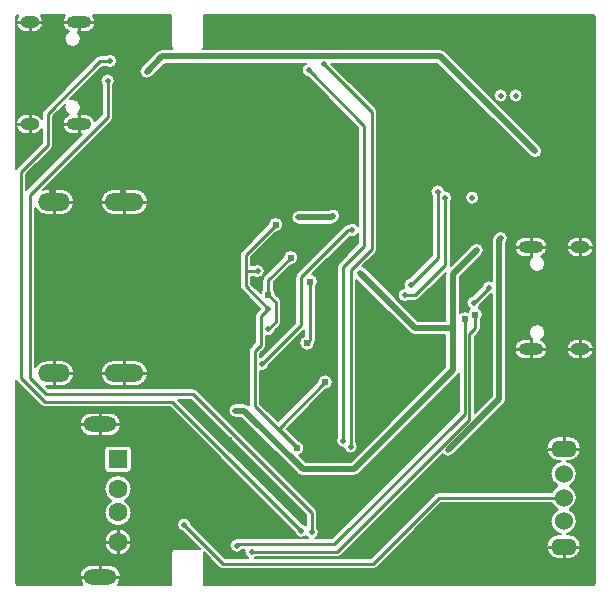
<source format=gbl>
G04 Layer: BottomLayer*
G04 EasyEDA Pro v2.1.63, 2024-06-10 19:41:30*
G04 Gerber Generator version 0.3*
G04 Scale: 100 percent, Rotated: No, Reflected: No*
G04 Dimensions in millimeters*
G04 Leading zeros omitted, absolute positions, 3 integers and 5 decimals*
%FSLAX35Y35*%
%MOMM*%
%ADD8191C,0.2032*%
%ADD10C,0.254*%
%ADD11O,2.70002X1.5*%
%ADD12O,3.29997X1.5*%
%ADD13O,2.79999X1.3*%
%ADD14C,1.6*%
%ADD15R,1.6097X1.6*%
%ADD16R,1.6X1.6*%
%ADD17C,1.524*%
%ADD18O,2.2X1.4*%
%ADD19O,1.6X1.0*%
%ADD20O,2.1X1.0*%
%ADD21C,0.61*%
%ADD22C,0.508*%
%ADD23C,0.5*%
G75*


G04 Copper Start*
G36*
G01X100000Y-4914186D02*
G02X85814Y-4900000I0J14186D01*
G01Y-3187938D01*
G03X92695Y-3196605I41186J25638D01*
G01X295895Y-3399805D01*
G03X330200Y-3414014I34305J34305D01*
G01X1389605D01*
G01X2441665Y-4466075D01*
G03X2501900Y-4518514I60235J8375D01*
G03X2540550Y-4504653I0J60814D01*
G03X2561132Y-4523486I50250J34253D01*
G01X1968500D01*
G03X1960837Y-4524095I0J-48514D01*
G03X1955800Y-4523886I-5037J-60605D01*
G03X1894986Y-4584700I0J-60814D01*
G03X1955800Y-4645514I60814J0D01*
G03X2004950Y-4620514I0J60814D01*
G01X2023861D01*
G03X2021986Y-4635500I58939J-14986D01*
G03X2053132Y-4688586I60814J0D01*
G01X1861595D01*
G01X1571535Y-4398525D01*
G03X1511300Y-4346086I-60235J-8375D01*
G03X1450486Y-4406900I0J-60814D01*
G03X1502925Y-4467135I60814J0D01*
G01X1646553Y-4610763D01*
G03X1643000Y-4610586I-3553J-35637D01*
G01X1438000D01*
G03X1402186Y-4646400I0J-35814D01*
G01Y-4914186D01*
G01X952938D01*
G03X977108Y-4848695I-76644J65491D01*
G03X876294Y-4747881I-100814J0D01*
G01X726294D01*
G03X625480Y-4848695I0J-100814D01*
G03X649650Y-4914186I100814J0D01*
G01X100000D01*
G37*
%LPC*%
G36*
G01X951306Y-4419526D02*
G03X1067120Y-4303712I0J115814D01*
G03X1009726Y-4203713I-115814J0D01*
G03X1067120Y-4103713I-58420J100000D01*
G03X951306Y-3987899I-115814J0D01*
G03X835492Y-4103713I0J-115814D01*
G03X892886Y-4203713I115814J0D01*
G03X835492Y-4303712I58420J-100000D01*
G03X951306Y-4419526I115814J0D01*
G37*
G36*
G01X625480Y-3558705D02*
G03X726294Y-3659519I100814J0D01*
G01X876294D01*
G03X977108Y-3558705I0J100814D01*
G03X876294Y-3457891I-100814J0D01*
G01X726294D01*
G03X625480Y-3558705I0J-100814D01*
G37*
G36*
G01X1031306Y-3969515D02*
G03X1067120Y-3933701I0J35814D01*
G01Y-3773701D01*
G03X1031306Y-3737887I-35814J0D01*
G01X871306D01*
G03X835492Y-3773701I0J-35814D01*
G01Y-3933701D01*
G03X871306Y-3969515I35814J0D01*
G01X1031306D01*
G37*
G36*
G01X835492Y-4553699D02*
G03X951306Y-4669513I115814J0D01*
G03X1067120Y-4553699I0J115814D01*
G03X951306Y-4437885I-115814J0D01*
G03X835492Y-4553699I0J-115814D01*
G37*
%LPD*%
G36*
G01X2620468Y-4523486D02*
G03X2651614Y-4470400I-29668J53086D01*
G03X2639314Y-4433729I-60814J0D01*
G01Y-4305654D01*
G03X2625105Y-4271350I-48514J0D01*
G01X1621450Y-3267695D01*
G03X1587146Y-3253486I-34305J-34305D01*
G01X362995D01*
G01X345538Y-3236029D01*
G03X349673Y-3236106I4135J110737D01*
G01X469675D01*
G03X580489Y-3125292I0J110814D01*
G03X469675Y-3014478I-110814J0D01*
G01X349673D01*
G03X251714Y-3073487I0J-110814D01*
G01Y-1727113D01*
G03X349673Y-1786122I97959J51805D01*
G01X469675D01*
G03X580489Y-1675308I0J110814D01*
G03X469675Y-1564494I-110814J0D01*
G01X349673D01*
G03X314477Y-1570232I0J-110814D01*
G01X897905Y-986805D01*
G03X912114Y-952500I-34305J34305D01*
G01Y-684371D01*
G03X924414Y-647700I-48514J36671D01*
G03X863600Y-586886I-60814J0D01*
G03X802786Y-647700I0J-60814D01*
G03X815086Y-684371I60814J0D01*
G01Y-932405D01*
G01X757251Y-990240D01*
G03X675458Y-930389I-81792J-25963D01*
G01X609214D01*
G03X638264Y-873201I-41765J57188D01*
G03X567449Y-802386I-70815J0D01*
G03X545405Y-805904I0J-70815D01*
G01X820195Y-531114D01*
G01X848390D01*
G03X885060Y-543414I36671J48514D01*
G03X945874Y-482600I0J60814D01*
G03X885060Y-421786I-60814J0D01*
G03X848390Y-434086I0J-60814D01*
G01X800100D01*
G03X765795Y-448295I0J-48514D01*
G01X321295Y-892795D01*
G03X307086Y-927100I34305J-34305D01*
G01Y-973852D01*
G03X232451Y-930389I-74635J-42351D01*
G01X172451D01*
G03X86637Y-1016203I0J-85814D01*
G03X172451Y-1102017I85814J0D01*
G01X232451D01*
G03X307086Y-1058554I0J85814D01*
G01Y-1173705D01*
G01X92695Y-1388095D01*
G03X85814Y-1396762I34305J-34305D01*
G01Y-110000D01*
G02X100000Y-95814I14186J0D01*
G01X107759D01*
G03X86637Y-152197I64692J-56383D01*
G03X172451Y-238011I85814J0D01*
G01X232451D01*
G03X318265Y-152197I0J85814D01*
G03X297142Y-95814I-85814J0D01*
G01X500742D01*
G03X479619Y-152197I64692J-56383D01*
G03X534802Y-232358I85814J0D01*
G03X496634Y-295199I32646J-62841D01*
G03X567449Y-366014I70815J0D01*
G03X638264Y-295199I0J70815D01*
G03X609214Y-238011I-70815J0D01*
G01X675433D01*
G03X761247Y-152197I0J85814D01*
G03X740125Y-95814I-85814J0D01*
G01X1402186D01*
G01Y-360000D01*
G03X1409095Y-381146I35814J0D01*
G01X1322940D01*
G03X1279655Y-399075I0J-61214D01*
G01X1150515Y-528215D01*
G03X1132586Y-571500I43285J-43285D01*
G03X1193800Y-632714I61214J0D01*
G03X1237085Y-614785I0J61214D01*
G01X1348296Y-503574D01*
G01X2539936D01*
G03X2504586Y-558800I25464J-55226D01*
G03X2557025Y-619035I60814J0D01*
G01X2986786Y-1048795D01*
G01Y-1882053D01*
G03X2933700Y-1851319I-53086J-30480D01*
G03X2896076Y-1864246I0J-61214D01*
G03X2866462Y-1878229I4691J-48287D01*
G01X2467595Y-2277095D01*
G03X2453386Y-2311400I34305J-34305D01*
G01Y-2697705D01*
G01X2163792Y-2987299D01*
G03X2156714Y-2988649I7908J-60701D01*
G01Y-2953795D01*
G01X2193305Y-2917205D01*
G03X2207514Y-2882900I-34305J34305D01*
G01Y-2812789D01*
G03X2222698Y-2814715I15184J58888D01*
G03X2282933Y-2762276I0J60814D01*
G01X2320305Y-2724904D01*
G03X2334514Y-2690599I-34305J34305D01*
G01Y-2525298D01*
G03X2320305Y-2490994I-48514J0D01*
G01X2288773Y-2459462D01*
G03X2271014Y-2416588I-66273J-2336D01*
G01Y-2356895D01*
G01X2415336Y-2212573D01*
G03X2479314Y-2146300I-2336J66273D01*
G03X2413000Y-2079986I-66314J0D01*
G03X2346727Y-2143964I0J-66314D01*
G01X2188195Y-2302495D01*
G03X2173986Y-2336800I34305J-34305D01*
G01Y-2416588D01*
G03X2158279Y-2445270I48514J-45210D01*
G01X2080514Y-2367505D01*
G01Y-2309114D01*
G01X2096929D01*
G03X2133600Y-2321414I36671J48514D01*
G03X2194414Y-2260600I0J60814D01*
G03X2133600Y-2199786I-60814J0D01*
G03X2096929Y-2212086I0J-60814D01*
G01X2080514D01*
G01Y-2140995D01*
G01X2288336Y-1933173D01*
G03X2352314Y-1866900I-2336J66273D01*
G03X2286000Y-1800586I-66314J0D01*
G03X2219727Y-1864564I0J-66314D01*
G01X1997695Y-2086595D01*
G03X1983486Y-2120900I34305J-34305D01*
G01Y-2262824D01*
G01Y-2387600D01*
G03X1997695Y-2421905I48514J0D01*
G01X2153891Y-2578100D01*
G01X2124695Y-2607295D01*
G03X2110486Y-2641600I34305J-34305D01*
G01Y-2862805D01*
G01X2073895Y-2899395D01*
G03X2059686Y-2933700I34305J-34305D01*
G01Y-3396172D01*
G03X2018696Y-3380282I-40990J-44924D01*
G01X1952569D01*
G03X1945582Y-3379882I-6987J-60814D01*
G03X1884368Y-3441096I0J-61214D01*
G03X1945582Y-3502310I61214J0D01*
G03X1952569Y-3501910I0J61214D01*
G01X1993506D01*
G01X2471598Y-3980002D01*
G03X2514600Y-3997814I43002J43002D01*
G01X2946400D01*
G03X2989402Y-3980002I0J60814D01*
G01X3827602Y-3141802D01*
G03X3837686Y-3128468I-43002J43002D01*
G01Y-3447005D01*
G01X2761205Y-4523486D01*
G01X2620468D01*
G37*
%LPC*%
G36*
G01X804873Y-3125292D02*
G03X915687Y-3236106I110814J0D01*
G01X1095684D01*
G03X1206497Y-3125292I0J110814D01*
G03X1095684Y-3014478I-110814J0D01*
G01X915687D01*
G03X804873Y-3125292I0J-110814D01*
G37*
G36*
G01X1095684Y-1786122D02*
G03X1206497Y-1675308I0J110814D01*
G03X1095684Y-1564494I-110814J0D01*
G01X915687D01*
G03X804873Y-1675308I0J-110814D01*
G03X915687Y-1786122I110814J0D01*
G01X1095684D01*
G37*
G36*
G01X2417493Y-1805607D02*
G03X2478707Y-1866821I61214J0D01*
G01X2757811D01*
G03X2801096Y-1848892I0J61214D01*
G01X2816003Y-1833985D01*
G03X2833933Y-1790700I-43285J43285D01*
G03X2772719Y-1729486I-61214J0D01*
G03X2732683Y-1744393I0J-61214D01*
G01X2478707D01*
G03X2417493Y-1805607I0J-61214D01*
G37*
%LPD*%
G36*
G01X175514Y-1571977D02*
G01X175514Y-1442495D01*
G01X389905Y-1228105D01*
G03X404114Y-1193800I-34305J34305D01*
G01Y-947195D01*
G01X500152Y-851157D01*
G03X496634Y-873201I67297J-22044D01*
G03X534813Y-936048I70815J0D01*
G03X479645Y-1016203I30646J-80155D01*
G03X565459Y-1102017I85814J0D01*
G01X645474D01*
G01X175514Y-1571977D01*
G37*
G36*
G01X2542286Y-4412232D02*
G03X2510275Y-4397465I-40386J-45468D01*
G01X1463323Y-3350514D01*
G01X1567051D01*
G01X2542286Y-4325749D01*
G01Y-4412232D01*
G37*
G36*
G01X4994186Y-4900000D02*
G02X4980000Y-4914186I-14186J0D01*
G01X1678814D01*
G01Y-4646400D01*
G03X1678637Y-4642846I-35814J0D01*
G01X1807195Y-4771405D01*
G03X1841500Y-4785614I34305J34305D01*
G01X3111500D01*
G03X3145805Y-4771405I0J48514D01*
G01X3690395Y-4226814D01*
G01X4623437D01*
G03X4673930Y-4278300I100963J48514D01*
G03X4612386Y-4378300I50470J-100000D01*
G03X4699438Y-4487497I112014J0D01*
G01X4684400D01*
G03X4578586Y-4593311I0J-105814D01*
G03X4684400Y-4699124I105814J0D01*
G01X4764400D01*
G03X4870214Y-4593311I0J105814D01*
G03X4764400Y-4487497I-105814J0D01*
G01X4749362D01*
G03X4836414Y-4378300I-24962J109197D01*
G03X4774870Y-4278300I-112014J0D01*
G03X4836414Y-4178300I-50470J100000D01*
G03X4774870Y-4078300I-112014J0D01*
G03X4836414Y-3978300I-50470J100000D01*
G03X4749362Y-3869103I-112014J0D01*
G01X4764400D01*
G03X4870214Y-3763289I0J105814D01*
G03X4764400Y-3657476I-105814J0D01*
G01X4684400D01*
G03X4578586Y-3763289I0J-105814D01*
G03X4684400Y-3869103I105814J0D01*
G01X4699438D01*
G03X4612386Y-3978300I24962J-109197D01*
G03X4673930Y-4078300I112014J0D01*
G03X4623437Y-4129786I50470J-100000D01*
G01X3670300D01*
G03X3635995Y-4143995I0J-48514D01*
G01X3091405Y-4688586D01*
G01X2112468D01*
G03X2119471Y-4684014I-29668J53086D01*
G01X2808032D01*
G03X2842336Y-4669805I0J48514D01*
G01X3700199Y-3811942D01*
G03X3746500Y-3833114I46301J40042D01*
G03X3789785Y-3815185I0J61214D01*
G01X4221185Y-3383785D01*
G03X4239114Y-3340500I-43285J43285D01*
G01Y-2019044D01*
G03X4252214Y-1981200I-48114J37844D01*
G03X4191000Y-1919986I-61214J0D01*
G03X4147715Y-1937915I0J-61214D01*
G01X4134615Y-1951015D01*
G03X4116686Y-1994300I43285J-43285D01*
G01Y-2345504D01*
G03X4089400Y-2339086I-27286J-54796D01*
G03X4028699Y-2392392I0J-61214D01*
G01X3954492Y-2466599D01*
G03X3901186Y-2527300I7908J-60701D01*
G03X3930685Y-2579657I61214J0D01*
G03X3912776Y-2606244I44415J-49243D01*
G03X3886200Y-2600686I-26576J-60756D01*
G03X3845414Y-2614712I0J-66314D01*
G01Y-2311190D01*
G01X4025861Y-2130742D01*
G03X4049014Y-2082800I-38061J47942D01*
G03X3987800Y-2021586I-61214J0D01*
G03X3939858Y-2044739I0J-61214D01*
G01X3769302Y-2215294D01*
G03X3769614Y-2209800I-48202J5494D01*
G01Y-1674971D01*
G03X3781914Y-1638300I-48514J36671D01*
G03X3721100Y-1577486I-60814J0D01*
G03X3717601Y-1577587I0J-60814D01*
G03X3657600Y-1526686I-60001J-9913D01*
G03X3596786Y-1587500I0J-60814D01*
G03X3609086Y-1624171I60814J0D01*
G01Y-2126205D01*
G01X3420625Y-2314665D01*
G03X3368186Y-2374900I8375J-60235D01*
G03X3375101Y-2403065I60814J0D01*
G03X3317386Y-2463800I3099J-60735D01*
G03X3378200Y-2524614I60814J0D01*
G03X3414871Y-2512314I0J60814D01*
G01X3467100D01*
G03X3501405Y-2498105I0J48514D01*
G01X3724854Y-2274656D01*
G03X3723786Y-2286000I59746J-11344D01*
G01Y-2681986D01*
G01X3492456D01*
G01X3040485Y-2230015D01*
G03X3020723Y-2216786I-43285J-43285D01*
G01X3133105Y-2104405D01*
G03X3147314Y-2070100I-34305J34305D01*
G01Y-914400D01*
G03X3133105Y-880095I-48514J0D01*
G01X2756583Y-503574D01*
G01X3655504D01*
G01X4439815Y-1287885D01*
G03X4483100Y-1305814I43285J43285D01*
G03X4544314Y-1244600I0J61214D01*
G03X4526385Y-1201315I-61214J0D01*
G01X3724145Y-399075D01*
G03X3680860Y-381146I-43285J-43285D01*
G01X1671905D01*
G03X1678814Y-360000I-28905J21146D01*
G01Y-95814D01*
G01X4980000D01*
G02X4994186Y-110000I0J-14186D01*
G01Y-4900000D01*
G37*
%LPC*%
G36*
G01X4306053Y-2921203D02*
G03X4391867Y-3007017I85814J0D01*
G01X4501867D01*
G03X4587681Y-2921203I0J85814D01*
G03X4532498Y-2841042I-85814J0D01*
G03X4570667Y-2778201I-32646J62841D01*
G03X4499851Y-2707386I-70815J0D01*
G03X4429036Y-2778201I0J-70815D01*
G03X4458086Y-2835389I70815J0D01*
G01X4391867D01*
G03X4306053Y-2921203I0J-85814D01*
G37*
G36*
G01X4429036Y-2200199D02*
G03X4499851Y-2271014I70815J0D01*
G03X4570667Y-2200199I0J70815D01*
G03X4532487Y-2137352I-70815J0D01*
G03X4587655Y-2057197I-30646J80155D01*
G03X4501841Y-1971383I-85814J0D01*
G01X4391842D01*
G03X4306028Y-2057197I0J-85814D01*
G03X4391842Y-2143011I85814J0D01*
G01X4458086D01*
G03X4429036Y-2200199I41765J-57188D01*
G37*
G36*
G01X4749035Y-2921203D02*
G03X4834849Y-3007017I85814J0D01*
G01X4894849D01*
G03X4980663Y-2921203I0J85814D01*
G03X4894849Y-2835389I-85814J0D01*
G01X4834849D01*
G03X4749035Y-2921203I0J-85814D01*
G37*
G36*
G01X4749035Y-2057197D02*
G03X4834849Y-2143011I85814J0D01*
G01X4894849D01*
G03X4980663Y-2057197I0J85814D01*
G03X4894849Y-1971383I-85814J0D01*
G01X4834849D01*
G03X4749035Y-2057197I0J-85814D01*
G37*
G36*
G01X3888886Y-1638300D02*
G03X3949700Y-1699114I60814J0D01*
G03X4010514Y-1638300I0J60814D01*
G03X3949700Y-1577486I-60814J0D01*
G03X3888886Y-1638300I0J-60814D01*
G37*
G36*
G01X4318000Y-835514D02*
G03X4378814Y-774700I0J60814D01*
G03X4318000Y-713886I-60814J0D01*
G03X4257186Y-774700I0J-60814D01*
G03X4318000Y-835514I60814J0D01*
G37*
G36*
G01X4191000Y-835514D02*
G03X4251814Y-774700I0J60814D01*
G03X4191000Y-713886I-60814J0D01*
G03X4130186Y-774700I0J-60814D01*
G03X4191000Y-835514I60814J0D01*
G37*
%LPD*%
G36*
G01X3723786Y-3073610D02*
G01X2921210Y-3876186D01*
G01X2539790D01*
G01X2485476Y-3821872D01*
G03X2530114Y-3759200I-21676J62672D01*
G03X2480352Y-3694985I-66314J0D01*
G01X2379738Y-3594371D01*
G01X2707436Y-3266673D01*
G03X2771414Y-3200400I-2336J66273D01*
G03X2705100Y-3134086I-66314J0D01*
G03X2638827Y-3198064I0J-66314D01*
G01X2305050Y-3531841D01*
G01X2156714Y-3383505D01*
G01Y-3107351D01*
G03X2171700Y-3109214I14986J59351D01*
G03X2232401Y-3055908I0J61214D01*
G01X2529586Y-2758723D01*
G01Y-2808045D01*
G03X2486386Y-2870200I23114J-62155D01*
G03X2552700Y-2936514I66314J0D01*
G03X2619011Y-2870875I0J66314D01*
G03X2626614Y-2844800I-40911J26075D01*
G01Y-2394710D01*
G03X2644414Y-2349500I-48514J45210D01*
G03X2596204Y-2285705I-66314J0D01*
G01X2912100Y-1969809D01*
G03X2933700Y-1973747I21600J57276D01*
G03X2986786Y-1943013I0J61214D01*
G01Y-2024605D01*
G01X2823195Y-2188195D01*
G03X2808986Y-2222500I34305J-34305D01*
G01Y-3659029D01*
G03X2796686Y-3695700I48514J-36671D01*
G03X2857500Y-3756514I60814J0D01*
G03X2860999Y-3756413I0J60814D01*
G03X2921000Y-3807314I60001J9913D01*
G03X2981814Y-3746500I0J60814D01*
G03X2969514Y-3709829I-60814J0D01*
G01Y-2332184D01*
G01X3423815Y-2786485D01*
G03X3467100Y-2804414I43285J43285D01*
G01X3723786D01*
G01Y-3073610D01*
G37*
G36*
G01X4116686Y-3315144D02*
G01X3970314Y-3461516D01*
G01Y-2816595D01*
G01X4009405Y-2777505D01*
G03X4023614Y-2743200I-34305J34305D01*
G01Y-2674110D01*
G03X4041414Y-2628900I-48514J45210D01*
G03X4006027Y-2570240I-66314J0D01*
G03X4023101Y-2535208I-43627J42940D01*
G01X4097308Y-2461001D01*
G03X4116686Y-2455096I-7908J60701D01*
G01Y-3315144D01*
G37*
G54D8191*
G01X100000Y-4914186D02*
G02X85814Y-4900000I0J14186D01*
G01Y-3187938D01*
G03X92695Y-3196605I41186J25638D01*
G01X295895Y-3399805D01*
G03X330200Y-3414014I34305J34305D01*
G01X1389605D01*
G01X2441665Y-4466075D01*
G03X2501900Y-4518514I60235J8375D01*
G03X2540550Y-4504653I0J60814D01*
G03X2561132Y-4523486I50250J34253D01*
G01X1968500D01*
G03X1960837Y-4524095I0J-48514D01*
G03X1955800Y-4523886I-5037J-60605D01*
G03X1894986Y-4584700I0J-60814D01*
G03X1955800Y-4645514I60814J0D01*
G03X2004950Y-4620514I0J60814D01*
G01X2023861D01*
G03X2021986Y-4635500I58939J-14986D01*
G03X2053132Y-4688586I60814J0D01*
G01X1861595D01*
G01X1571535Y-4398525D01*
G03X1511300Y-4346086I-60235J-8375D01*
G03X1450486Y-4406900I0J-60814D01*
G03X1502925Y-4467135I60814J0D01*
G01X1646553Y-4610763D01*
G03X1643000Y-4610586I-3553J-35637D01*
G01X1438000D01*
G03X1402186Y-4646400I0J-35814D01*
G01Y-4914186D01*
G01X952938D01*
G03X977108Y-4848695I-76644J65491D01*
G03X876294Y-4747881I-100814J0D01*
G01X726294D01*
G03X625480Y-4848695I0J-100814D01*
G03X649650Y-4914186I100814J0D01*
G01X100000D01*
G01X951306Y-4419526D02*
G03X1067120Y-4303712I0J115814D01*
G03X1009726Y-4203713I-115814J0D01*
G03X1067120Y-4103713I-58420J100000D01*
G03X951306Y-3987899I-115814J0D01*
G03X835492Y-4103713I0J-115814D01*
G03X892886Y-4203713I115814J0D01*
G03X835492Y-4303712I58420J-100000D01*
G03X951306Y-4419526I115814J0D01*
G01X625480Y-3558705D02*
G03X726294Y-3659519I100814J0D01*
G01X876294D01*
G03X977108Y-3558705I0J100814D01*
G03X876294Y-3457891I-100814J0D01*
G01X726294D01*
G03X625480Y-3558705I0J-100814D01*
G01X1031306Y-3969515D02*
G03X1067120Y-3933701I0J35814D01*
G01Y-3773701D01*
G03X1031306Y-3737887I-35814J0D01*
G01X871306D01*
G03X835492Y-3773701I0J-35814D01*
G01Y-3933701D01*
G03X871306Y-3969515I35814J0D01*
G01X1031306D01*
G01X835492Y-4553699D02*
G03X951306Y-4669513I115814J0D01*
G03X1067120Y-4553699I0J115814D01*
G03X951306Y-4437885I-115814J0D01*
G03X835492Y-4553699I0J-115814D01*
G01X2620468Y-4523486D02*
G03X2651614Y-4470400I-29668J53086D01*
G03X2639314Y-4433729I-60814J0D01*
G01Y-4305654D01*
G03X2625105Y-4271350I-48514J0D01*
G01X1621450Y-3267695D01*
G03X1587146Y-3253486I-34305J-34305D01*
G01X362995D01*
G01X345538Y-3236029D01*
G03X349673Y-3236106I4135J110737D01*
G01X469675D01*
G03X580489Y-3125292I0J110814D01*
G03X469675Y-3014478I-110814J0D01*
G01X349673D01*
G03X251714Y-3073487I0J-110814D01*
G01Y-1727113D01*
G03X349673Y-1786122I97959J51805D01*
G01X469675D01*
G03X580489Y-1675308I0J110814D01*
G03X469675Y-1564494I-110814J0D01*
G01X349673D01*
G03X314477Y-1570232I0J-110814D01*
G01X897905Y-986805D01*
G03X912114Y-952500I-34305J34305D01*
G01Y-684371D01*
G03X924414Y-647700I-48514J36671D01*
G03X863600Y-586886I-60814J0D01*
G03X802786Y-647700I0J-60814D01*
G03X815086Y-684371I60814J0D01*
G01Y-932405D01*
G01X757251Y-990240D01*
G03X675458Y-930389I-81792J-25963D01*
G01X609214D01*
G03X638264Y-873201I-41765J57188D01*
G03X567449Y-802386I-70815J0D01*
G03X545405Y-805904I0J-70815D01*
G01X820195Y-531114D01*
G01X848390D01*
G03X885060Y-543414I36671J48514D01*
G03X945874Y-482600I0J60814D01*
G03X885060Y-421786I-60814J0D01*
G03X848390Y-434086I0J-60814D01*
G01X800100D01*
G03X765795Y-448295I0J-48514D01*
G01X321295Y-892795D01*
G03X307086Y-927100I34305J-34305D01*
G01Y-973852D01*
G03X232451Y-930389I-74635J-42351D01*
G01X172451D01*
G03X86637Y-1016203I0J-85814D01*
G03X172451Y-1102017I85814J0D01*
G01X232451D01*
G03X307086Y-1058554I0J85814D01*
G01Y-1173705D01*
G01X92695Y-1388095D01*
G03X85814Y-1396762I34305J-34305D01*
G01Y-110000D01*
G02X100000Y-95814I14186J0D01*
G01X107759D01*
G03X86637Y-152197I64692J-56383D01*
G03X172451Y-238011I85814J0D01*
G01X232451D01*
G03X318265Y-152197I0J85814D01*
G03X297142Y-95814I-85814J0D01*
G01X500742D01*
G03X479619Y-152197I64692J-56383D01*
G03X534802Y-232358I85814J0D01*
G03X496634Y-295199I32646J-62841D01*
G03X567449Y-366014I70815J0D01*
G03X638264Y-295199I0J70815D01*
G03X609214Y-238011I-70815J0D01*
G01X675433D01*
G03X761247Y-152197I0J85814D01*
G03X740125Y-95814I-85814J0D01*
G01X1402186D01*
G01Y-360000D01*
G03X1409095Y-381146I35814J0D01*
G01X1322940D01*
G03X1279655Y-399075I0J-61214D01*
G01X1150515Y-528215D01*
G03X1132586Y-571500I43285J-43285D01*
G03X1193800Y-632714I61214J0D01*
G03X1237085Y-614785I0J61214D01*
G01X1348296Y-503574D01*
G01X2539936D01*
G03X2504586Y-558800I25464J-55226D01*
G03X2557025Y-619035I60814J0D01*
G01X2986786Y-1048795D01*
G01Y-1882053D01*
G03X2933700Y-1851319I-53086J-30480D01*
G03X2896076Y-1864246I0J-61214D01*
G03X2866462Y-1878229I4691J-48287D01*
G01X2467595Y-2277095D01*
G03X2453386Y-2311400I34305J-34305D01*
G01Y-2697705D01*
G01X2163792Y-2987299D01*
G03X2156714Y-2988649I7908J-60701D01*
G01Y-2953795D01*
G01X2193305Y-2917205D01*
G03X2207514Y-2882900I-34305J34305D01*
G01Y-2812789D01*
G03X2222698Y-2814715I15184J58888D01*
G03X2282933Y-2762276I0J60814D01*
G01X2320305Y-2724904D01*
G03X2334514Y-2690599I-34305J34305D01*
G01Y-2525298D01*
G03X2320305Y-2490994I-48514J0D01*
G01X2288773Y-2459462D01*
G03X2271014Y-2416588I-66273J-2336D01*
G01Y-2356895D01*
G01X2415336Y-2212573D01*
G03X2479314Y-2146300I-2336J66273D01*
G03X2413000Y-2079986I-66314J0D01*
G03X2346727Y-2143964I0J-66314D01*
G01X2188195Y-2302495D01*
G03X2173986Y-2336800I34305J-34305D01*
G01Y-2416588D01*
G03X2158279Y-2445270I48514J-45210D01*
G01X2080514Y-2367505D01*
G01Y-2309114D01*
G01X2096929D01*
G03X2133600Y-2321414I36671J48514D01*
G03X2194414Y-2260600I0J60814D01*
G03X2133600Y-2199786I-60814J0D01*
G03X2096929Y-2212086I0J-60814D01*
G01X2080514D01*
G01Y-2140995D01*
G01X2288336Y-1933173D01*
G03X2352314Y-1866900I-2336J66273D01*
G03X2286000Y-1800586I-66314J0D01*
G03X2219727Y-1864564I0J-66314D01*
G01X1997695Y-2086595D01*
G03X1983486Y-2120900I34305J-34305D01*
G01Y-2262824D01*
G01Y-2387600D01*
G03X1997695Y-2421905I48514J0D01*
G01X2153891Y-2578100D01*
G01X2124695Y-2607295D01*
G03X2110486Y-2641600I34305J-34305D01*
G01Y-2862805D01*
G01X2073895Y-2899395D01*
G03X2059686Y-2933700I34305J-34305D01*
G01Y-3396172D01*
G03X2018696Y-3380282I-40990J-44924D01*
G01X1952569D01*
G03X1945582Y-3379882I-6987J-60814D01*
G03X1884368Y-3441096I0J-61214D01*
G03X1945582Y-3502310I61214J0D01*
G03X1952569Y-3501910I0J61214D01*
G01X1993506D01*
G01X2471598Y-3980002D01*
G03X2514600Y-3997814I43002J43002D01*
G01X2946400D01*
G03X2989402Y-3980002I0J60814D01*
G01X3827602Y-3141802D01*
G03X3837686Y-3128468I-43002J43002D01*
G01Y-3447005D01*
G01X2761205Y-4523486D01*
G01X2620468D01*
G01X804873Y-3125292D02*
G03X915687Y-3236106I110814J0D01*
G01X1095684D01*
G03X1206497Y-3125292I0J110814D01*
G03X1095684Y-3014478I-110814J0D01*
G01X915687D01*
G03X804873Y-3125292I0J-110814D01*
G01X1095684Y-1786122D02*
G03X1206497Y-1675308I0J110814D01*
G03X1095684Y-1564494I-110814J0D01*
G01X915687D01*
G03X804873Y-1675308I0J-110814D01*
G03X915687Y-1786122I110814J0D01*
G01X1095684D01*
G01X2417493Y-1805607D02*
G03X2478707Y-1866821I61214J0D01*
G01X2757811D01*
G03X2801096Y-1848892I0J61214D01*
G01X2816003Y-1833985D01*
G03X2833933Y-1790700I-43285J43285D01*
G03X2772719Y-1729486I-61214J0D01*
G03X2732683Y-1744393I0J-61214D01*
G01X2478707D01*
G03X2417493Y-1805607I0J-61214D01*
G01X175514Y-1571977D02*
G01X175514Y-1442495D01*
G01X389905Y-1228105D01*
G03X404114Y-1193800I-34305J34305D01*
G01Y-947195D01*
G01X500152Y-851157D01*
G03X496634Y-873201I67297J-22044D01*
G03X534813Y-936048I70815J0D01*
G03X479645Y-1016203I30646J-80155D01*
G03X565459Y-1102017I85814J0D01*
G01X645474D01*
G01X175514Y-1571977D01*
G01X2542286Y-4412232D02*
G03X2510275Y-4397465I-40386J-45468D01*
G01X1463323Y-3350514D01*
G01X1567051D01*
G01X2542286Y-4325749D01*
G01Y-4412232D01*
G01X4994186Y-4900000D02*
G02X4980000Y-4914186I-14186J0D01*
G01X1678814D01*
G01Y-4646400D01*
G03X1678637Y-4642846I-35814J0D01*
G01X1807195Y-4771405D01*
G03X1841500Y-4785614I34305J34305D01*
G01X3111500D01*
G03X3145805Y-4771405I0J48514D01*
G01X3690395Y-4226814D01*
G01X4623437D01*
G03X4673930Y-4278300I100963J48514D01*
G03X4612386Y-4378300I50470J-100000D01*
G03X4699438Y-4487497I112014J0D01*
G01X4684400D01*
G03X4578586Y-4593311I0J-105814D01*
G03X4684400Y-4699124I105814J0D01*
G01X4764400D01*
G03X4870214Y-4593311I0J105814D01*
G03X4764400Y-4487497I-105814J0D01*
G01X4749362D01*
G03X4836414Y-4378300I-24962J109197D01*
G03X4774870Y-4278300I-112014J0D01*
G03X4836414Y-4178300I-50470J100000D01*
G03X4774870Y-4078300I-112014J0D01*
G03X4836414Y-3978300I-50470J100000D01*
G03X4749362Y-3869103I-112014J0D01*
G01X4764400D01*
G03X4870214Y-3763289I0J105814D01*
G03X4764400Y-3657476I-105814J0D01*
G01X4684400D01*
G03X4578586Y-3763289I0J-105814D01*
G03X4684400Y-3869103I105814J0D01*
G01X4699438D01*
G03X4612386Y-3978300I24962J-109197D01*
G03X4673930Y-4078300I112014J0D01*
G03X4623437Y-4129786I50470J-100000D01*
G01X3670300D01*
G03X3635995Y-4143995I0J-48514D01*
G01X3091405Y-4688586D01*
G01X2112468D01*
G03X2119471Y-4684014I-29668J53086D01*
G01X2808032D01*
G03X2842336Y-4669805I0J48514D01*
G01X3700199Y-3811942D01*
G03X3746500Y-3833114I46301J40042D01*
G03X3789785Y-3815185I0J61214D01*
G01X4221185Y-3383785D01*
G03X4239114Y-3340500I-43285J43285D01*
G01Y-2019044D01*
G03X4252214Y-1981200I-48114J37844D01*
G03X4191000Y-1919986I-61214J0D01*
G03X4147715Y-1937915I0J-61214D01*
G01X4134615Y-1951015D01*
G03X4116686Y-1994300I43285J-43285D01*
G01Y-2345504D01*
G03X4089400Y-2339086I-27286J-54796D01*
G03X4028699Y-2392392I0J-61214D01*
G01X3954492Y-2466599D01*
G03X3901186Y-2527300I7908J-60701D01*
G03X3930685Y-2579657I61214J0D01*
G03X3912776Y-2606244I44415J-49243D01*
G03X3886200Y-2600686I-26576J-60756D01*
G03X3845414Y-2614712I0J-66314D01*
G01Y-2311190D01*
G01X4025861Y-2130742D01*
G03X4049014Y-2082800I-38061J47942D01*
G03X3987800Y-2021586I-61214J0D01*
G03X3939858Y-2044739I0J-61214D01*
G01X3769302Y-2215294D01*
G03X3769614Y-2209800I-48202J5494D01*
G01Y-1674971D01*
G03X3781914Y-1638300I-48514J36671D01*
G03X3721100Y-1577486I-60814J0D01*
G03X3717601Y-1577587I0J-60814D01*
G03X3657600Y-1526686I-60001J-9913D01*
G03X3596786Y-1587500I0J-60814D01*
G03X3609086Y-1624171I60814J0D01*
G01Y-2126205D01*
G01X3420625Y-2314665D01*
G03X3368186Y-2374900I8375J-60235D01*
G03X3375101Y-2403065I60814J0D01*
G03X3317386Y-2463800I3099J-60735D01*
G03X3378200Y-2524614I60814J0D01*
G03X3414871Y-2512314I0J60814D01*
G01X3467100D01*
G03X3501405Y-2498105I0J48514D01*
G01X3724854Y-2274656D01*
G03X3723786Y-2286000I59746J-11344D01*
G01Y-2681986D01*
G01X3492456D01*
G01X3040485Y-2230015D01*
G03X3020723Y-2216786I-43285J-43285D01*
G01X3133105Y-2104405D01*
G03X3147314Y-2070100I-34305J34305D01*
G01Y-914400D01*
G03X3133105Y-880095I-48514J0D01*
G01X2756583Y-503574D01*
G01X3655504D01*
G01X4439815Y-1287885D01*
G03X4483100Y-1305814I43285J43285D01*
G03X4544314Y-1244600I0J61214D01*
G03X4526385Y-1201315I-61214J0D01*
G01X3724145Y-399075D01*
G03X3680860Y-381146I-43285J-43285D01*
G01X1671905D01*
G03X1678814Y-360000I-28905J21146D01*
G01Y-95814D01*
G01X4980000D01*
G02X4994186Y-110000I0J-14186D01*
G01Y-4900000D01*
G01X4306053Y-2921203D02*
G03X4391867Y-3007017I85814J0D01*
G01X4501867D01*
G03X4587681Y-2921203I0J85814D01*
G03X4532498Y-2841042I-85814J0D01*
G03X4570667Y-2778201I-32646J62841D01*
G03X4499851Y-2707386I-70815J0D01*
G03X4429036Y-2778201I0J-70815D01*
G03X4458086Y-2835389I70815J0D01*
G01X4391867D01*
G03X4306053Y-2921203I0J-85814D01*
G01X4429036Y-2200199D02*
G03X4499851Y-2271014I70815J0D01*
G03X4570667Y-2200199I0J70815D01*
G03X4532487Y-2137352I-70815J0D01*
G03X4587655Y-2057197I-30646J80155D01*
G03X4501841Y-1971383I-85814J0D01*
G01X4391842D01*
G03X4306028Y-2057197I0J-85814D01*
G03X4391842Y-2143011I85814J0D01*
G01X4458086D01*
G03X4429036Y-2200199I41765J-57188D01*
G01X4749035Y-2921203D02*
G03X4834849Y-3007017I85814J0D01*
G01X4894849D01*
G03X4980663Y-2921203I0J85814D01*
G03X4894849Y-2835389I-85814J0D01*
G01X4834849D01*
G03X4749035Y-2921203I0J-85814D01*
G01X4749035Y-2057197D02*
G03X4834849Y-2143011I85814J0D01*
G01X4894849D01*
G03X4980663Y-2057197I0J85814D01*
G03X4894849Y-1971383I-85814J0D01*
G01X4834849D01*
G03X4749035Y-2057197I0J-85814D01*
G01X3888886Y-1638300D02*
G03X3949700Y-1699114I60814J0D01*
G03X4010514Y-1638300I0J60814D01*
G03X3949700Y-1577486I-60814J0D01*
G03X3888886Y-1638300I0J-60814D01*
G01X4318000Y-835514D02*
G03X4378814Y-774700I0J60814D01*
G03X4318000Y-713886I-60814J0D01*
G03X4257186Y-774700I0J-60814D01*
G03X4318000Y-835514I60814J0D01*
G01X4191000Y-835514D02*
G03X4251814Y-774700I0J60814D01*
G03X4191000Y-713886I-60814J0D01*
G03X4130186Y-774700I0J-60814D01*
G03X4191000Y-835514I60814J0D01*
G01X3723786Y-3073610D02*
G01X2921210Y-3876186D01*
G01X2539790D01*
G01X2485476Y-3821872D01*
G03X2530114Y-3759200I-21676J62672D01*
G03X2480352Y-3694985I-66314J0D01*
G01X2379738Y-3594371D01*
G01X2707436Y-3266673D01*
G03X2771414Y-3200400I-2336J66273D01*
G03X2705100Y-3134086I-66314J0D01*
G03X2638827Y-3198064I0J-66314D01*
G01X2305050Y-3531841D01*
G01X2156714Y-3383505D01*
G01Y-3107351D01*
G03X2171700Y-3109214I14986J59351D01*
G03X2232401Y-3055908I0J61214D01*
G01X2529586Y-2758723D01*
G01Y-2808045D01*
G03X2486386Y-2870200I23114J-62155D01*
G03X2552700Y-2936514I66314J0D01*
G03X2619011Y-2870875I0J66314D01*
G03X2626614Y-2844800I-40911J26075D01*
G01Y-2394710D01*
G03X2644414Y-2349500I-48514J45210D01*
G03X2596204Y-2285705I-66314J0D01*
G01X2912100Y-1969809D01*
G03X2933700Y-1973747I21600J57276D01*
G03X2986786Y-1943013I0J61214D01*
G01Y-2024605D01*
G01X2823195Y-2188195D01*
G03X2808986Y-2222500I34305J-34305D01*
G01Y-3659029D01*
G03X2796686Y-3695700I48514J-36671D01*
G03X2857500Y-3756514I60814J0D01*
G03X2860999Y-3756413I0J60814D01*
G03X2921000Y-3807314I60001J9913D01*
G03X2981814Y-3746500I0J60814D01*
G03X2969514Y-3709829I-60814J0D01*
G01Y-2332184D01*
G01X3423815Y-2786485D01*
G03X3467100Y-2804414I43285J43285D01*
G01X3723786D01*
G01Y-3073610D01*
G01X4116686Y-3315144D02*
G01X3970314Y-3461516D01*
G01Y-2816595D01*
G01X4009405Y-2777505D01*
G03X4023614Y-2743200I-34305J34305D01*
G01Y-2674110D01*
G03X4041414Y-2628900I-48514J45210D01*
G03X4006027Y-2570240I-66314J0D01*
G03X4023101Y-2535208I-43627J42940D01*
G01X4097308Y-2461001D01*
G03X4116686Y-2455096I-7908J60701D01*
G01Y-3315144D01*
G54D10*
G01X620433Y-152197D02*
G01X620433Y-228105D01*
G01X620433Y-152197D02*
G01X751341Y-152197D01*
G01X620433Y-152197D02*
G01X489525Y-152197D01*
G01X202451Y-152197D02*
G01X202451Y-228105D01*
G01X202451Y-152197D02*
G01X308359Y-152197D01*
G01X202451Y-152197D02*
G01X96543Y-152197D01*
G01X620459Y-1016203D02*
G01X620459Y-940295D01*
G01X620459Y-1016203D02*
G01X620459Y-1092111D01*
G01X620459Y-1016203D02*
G01X489551Y-1016203D01*
G01X202451Y-1016203D02*
G01X202451Y-940295D01*
G01X202451Y-1016203D02*
G01X202451Y-1092111D01*
G01X202451Y-1016203D02*
G01X96543Y-1016203D01*
G01X801294Y-3558705D02*
G01X801294Y-3649613D01*
G01X801294Y-3558705D02*
G01X801294Y-3467797D01*
G01X801294Y-3558705D02*
G01X635386Y-3558705D01*
G01X801294Y-3558705D02*
G01X967202Y-3558705D01*
G01X409674Y-3125292D02*
G01X409674Y-3024384D01*
G01X409674Y-3125292D02*
G01X409674Y-3226200D01*
G01X409674Y-3125292D02*
G01X570583Y-3125292D01*
G01X1005685Y-1675308D02*
G01X1005685Y-1574400D01*
G01X1005685Y-1675308D02*
G01X1005685Y-1776216D01*
G01X1005685Y-1675308D02*
G01X1196591Y-1675308D01*
G01X1005685Y-1675308D02*
G01X814779Y-1675308D01*
G01X409674Y-1675308D02*
G01X409674Y-1574400D01*
G01X409674Y-1675308D02*
G01X409674Y-1776216D01*
G01X409674Y-1675308D02*
G01X570583Y-1675308D01*
G01X1005685Y-3125292D02*
G01X1005685Y-3024384D01*
G01X1005685Y-3125292D02*
G01X1005685Y-3226200D01*
G01X1005685Y-3125292D02*
G01X1196591Y-3125292D01*
G01X1005685Y-3125292D02*
G01X814779Y-3125292D01*
G01X801294Y-4848695D02*
G01X801294Y-4757787D01*
G01X801294Y-4848695D02*
G01X635386Y-4848695D01*
G01X801294Y-4848695D02*
G01X967202Y-4848695D01*
G01X951306Y-4553699D02*
G01X951306Y-4659607D01*
G01X951306Y-4553699D02*
G01X951306Y-4447791D01*
G01X951306Y-4553699D02*
G01X845398Y-4553699D01*
G01X951306Y-4553699D02*
G01X1057214Y-4553699D01*
G01X4446842Y-2057197D02*
G01X4446842Y-2133105D01*
G01X4446842Y-2057197D02*
G01X4446842Y-1981289D01*
G01X4446842Y-2057197D02*
G01X4315934Y-2057197D01*
G01X4446842Y-2057197D02*
G01X4577749Y-2057197D01*
G01X4446867Y-2921203D02*
G01X4446867Y-2997111D01*
G01X4446867Y-2921203D02*
G01X4446867Y-2845295D01*
G01X4446867Y-2921203D02*
G01X4315959Y-2921203D01*
G01X4446867Y-2921203D02*
G01X4577775Y-2921203D01*
G01X4724400Y-4593311D02*
G01X4724400Y-4689218D01*
G01X4724400Y-4593311D02*
G01X4588492Y-4593311D01*
G01X4724400Y-4593311D02*
G01X4860308Y-4593311D01*
G01X4724400Y-3763289D02*
G01X4724400Y-3667382D01*
G01X4724400Y-3763289D02*
G01X4588492Y-3763289D01*
G01X4724400Y-3763289D02*
G01X4860308Y-3763289D01*
G01X4864849Y-2921203D02*
G01X4864849Y-2997111D01*
G01X4864849Y-2921203D02*
G01X4864849Y-2845295D01*
G01X4864849Y-2921203D02*
G01X4758941Y-2921203D01*
G01X4864849Y-2921203D02*
G01X4970757Y-2921203D01*
G01X4864849Y-2057197D02*
G01X4864849Y-2133105D01*
G01X4864849Y-2057197D02*
G01X4864849Y-1981289D01*
G01X4864849Y-2057197D02*
G01X4758941Y-2057197D01*
G01X4864849Y-2057197D02*
G01X4970757Y-2057197D01*
G04 Copper End*

G04 Pad Start*
G54D11*
G01X409674Y-3125292D03*
G01X409674Y-1675308D03*
G54D12*
G01X1005685Y-3125292D03*
G01X1005685Y-1675308D03*
G54D13*
G01X801294Y-4848695D03*
G01X801294Y-3558705D03*
G54D14*
G01X951306Y-4553699D03*
G01X951306Y-4303712D03*
G01X951306Y-4103713D03*
G54D16*
G01X951306Y-3853701D03*
G54D17*
G01X4724400Y-4378300D03*
G01X4724400Y-4178300D03*
G01X4724400Y-3978300D03*
G54D18*
G01X4724400Y-3763289D03*
G01X4724400Y-4593311D03*
G54D19*
G01X202451Y-152197D03*
G01X202451Y-1016203D03*
G54D20*
G01X620459Y-1016203D03*
G01X620433Y-152197D03*
G54D19*
G01X4864849Y-2921203D03*
G01X4864849Y-2057197D03*
G54D20*
G01X4446842Y-2057197D03*
G01X4446867Y-2921203D03*
G04 Pad End*

G04 Via Start*
G54D21*
G01X3975100Y-2628900D03*
G01X3886200Y-2667000D03*
G01X2413000Y-2146300D03*
G01X2222500Y-2461798D03*
G01X2552700Y-2870200D03*
G01X2578100Y-2349500D03*
G01X2705100Y-3200400D03*
G01X2463800Y-3759200D03*
G01X2286000Y-1866900D03*
G54D22*
G01X1945582Y-3441096D03*
G01X3962400Y-2527300D03*
G01X4089400Y-2400300D03*
G01X2933700Y-1912533D03*
G01X2171700Y-3048000D03*
G01X2997200Y-2273300D03*
G01X3987800Y-2082800D03*
G54D23*
G01X2133600Y-2260600D03*
G01X2222500Y-2578100D03*
G01X2222698Y-2753901D03*
G01X4191000Y-1981200D03*
G01X3378200Y-2463800D03*
G01X3429000Y-2374900D03*
G01X3784600Y-2743200D03*
G01X2772719Y-1790700D03*
G01X2478707Y-1805607D03*
G54D21*
G01X392000Y-2751401D03*
G01X392000Y-2451401D03*
G01X392000Y-2151401D03*
G01X392000Y-1851401D03*
G01X392000Y-1589501D03*
G01X392000Y-1289501D03*
G01X444500Y-990600D03*
G01X392000Y-689501D03*
G01X392000Y-389501D03*
G01X692000Y-3089501D03*
G01X692000Y-2751401D03*
G01X692000Y-2451401D03*
G01X692000Y-2151401D03*
G01X692000Y-1289501D03*
G01X992000Y-1851401D03*
G01X992000Y-1589501D03*
G01X990600Y-990600D03*
G01X1291999Y-3089501D03*
G01X1308100Y-1866900D03*
G01X1384300Y-990600D03*
G01X1591999Y-1851401D03*
G01X1891999Y-3689500D03*
G01X1891999Y-1851401D03*
G01X1879600Y-977900D03*
G01X1625600Y-812800D03*
G01X2191999Y-1589501D03*
G01X2491999Y-1289501D03*
G01X3568700Y-635000D03*
G01X4891998Y-3089501D03*
G01X4891998Y-2789501D03*
G01X4891998Y-2489501D03*
G01X4891998Y-2189501D03*
G54D23*
G01X1346200Y-2273300D03*
G01X1460500Y-2273300D03*
G01X1581223Y-2273300D03*
G01X1701800Y-2273300D03*
G01X1397000Y-1854200D03*
G01X1498600Y-1854200D03*
G01X1206500Y-1879600D03*
G01X1092200Y-1879600D03*
G01X939800Y-1892300D03*
G01X990600Y-2971800D03*
G01X1124857Y-2971800D03*
G01X1259114Y-2971800D03*
G01X1393371Y-2971800D03*
G01X1527629Y-2971800D03*
G01X1930400Y-2971800D03*
G01X2044700Y-3009900D03*
G01X2400300Y-2314300D03*
G01X901700Y-2070100D03*
G01X1993900Y-1854200D03*
G01X2103433Y-1854200D03*
G01X2197100Y-1854200D03*
G01X1682396Y-1854200D03*
G01X1752600Y-2438400D03*
G01X1727200Y-2755900D03*
G01X1943100Y-3517900D03*
G01X2362873Y-1789481D03*
G01X4279900Y-2882900D03*
G01X1981200Y-1600200D03*
G01X1661886Y-2971800D03*
G01X1796143Y-2971800D03*
G01X2476500Y-3632200D03*
G01X2273300Y-3086100D03*
G01X2247900Y-3213100D03*
G01X2590800Y-4470400D03*
G01X2501900Y-4457700D03*
G01X2857500Y-3695700D03*
G01X2921000Y-3746500D03*
G01X1511300Y-4406900D03*
G01X1955800Y-4584700D03*
G01X2082800Y-4635500D03*
G01X3746500Y-3771900D03*
G01X2476500Y-3035300D03*
G01X1193800Y-4559300D03*
G01X3949700Y-1638300D03*
G01X4191000Y-774700D03*
G01X4318000Y-774700D03*
G01X2565400Y-558800D03*
G01X2692400Y-508000D03*
G01X3657600Y-1587500D03*
G01X3721100Y-1638300D03*
G01X885060Y-482600D03*
G01X863600Y-647700D03*
G01X4483100Y-1244600D03*
G01X1193800Y-571500D03*
G01X4203700Y-1511300D03*
G01X4584700Y-1854200D03*
G01X4152900Y-1783637D03*
G01X2146300Y-3695700D03*
G01X2768600Y-3352800D03*
G01X3238500Y-3136900D03*
G01X3543300Y-1320800D03*
G01X3543300Y-965200D03*
G01X4025900Y-2222500D03*
G01X4089400Y-2755900D03*
G01X4038600Y-2946400D03*
G54D21*
G01X1778000Y-1854200D03*
G01X1689100Y-1482445D03*
G04 Via End*

G04 Track Start*
G54D10*
G01X2032000Y-2120900D02*
G01X2286000Y-1866900D01*
G01X2578100Y-2844800D02*
G01X2578100Y-2349500D01*
G01X2552700Y-2870200D02*
G01X2578100Y-2844800D01*
G01X4089400Y-2400300D02*
G01X3962400Y-2527300D01*
G01X2133600Y-2260600D02*
G01X2034224Y-2260600D01*
G01X2032000Y-2262824D01*
G01Y-2120900D01*
G01X2032000Y-2262824D02*
G01X2032000Y-2387600D01*
G01X2222500Y-2578100D01*
G01X2222500Y-2461798D02*
G01X2286000Y-2525298D01*
G01X2286000Y-2690599D02*
G01X2222698Y-2753901D01*
G01X2286000Y-2525298D02*
G01X2286000Y-2690599D01*
G54D22*
G01X2757811Y-1805607D02*
G01X2772719Y-1790700D01*
G01X2478707Y-1805607D02*
G01X2757811Y-1805607D01*
G54D10*
G01X2171700Y-3048000D02*
G01X2501900Y-2717800D01*
G01X2501900Y-2311400D02*
G01X2900767Y-1912533D01*
G01X2222500Y-2336800D02*
G01X2222500Y-2461798D01*
G01X2413000Y-2146300D02*
G01X2222500Y-2336800D01*
G01X2222500Y-2578100D02*
G01X2159000Y-2641600D01*
G01Y-2882900D01*
G01X2108200Y-2933700D01*
G01X3886200Y-2667000D02*
G01X3886200Y-3467100D01*
G01X1968500Y-4572000D02*
G01X1955800Y-4584700D01*
G01X3975100Y-2628900D02*
G01X3975100Y-2743200D01*
G01X3921800Y-2796500D01*
G54D22*
G01X4191000Y-1981200D02*
G01X4177900Y-1994300D01*
G01Y-3340500D01*
G01X3746500Y-3771900D01*
G54D10*
G01X1511300Y-4406900D02*
G01X1841500Y-4737100D01*
G01X2900767Y-1912533D02*
G01X2933700Y-1912533D01*
G01X2501900Y-2705100D02*
G01X2501900Y-2311400D01*
G01X4724400Y-4178300D02*
G01X3670300Y-4178300D01*
G01X3111500Y-4737100D01*
G01X1841500Y-4737100D02*
G01X3111500Y-4737100D01*
G54D22*
G01X2997200Y-2273300D02*
G01X3467100Y-2743200D01*
G01X3784600D01*
G54D10*
G01X3657600Y-1587500D02*
G01X3657600Y-2146300D01*
G01X3429000Y-2374900D01*
G01X3721100Y-1638300D02*
G01X3721100Y-2209800D01*
G01X3467100Y-2463800D01*
G01X3378200D01*
G01X3035300Y-1028700D02*
G01X2565400Y-558800D01*
G01X3035300Y-2044700D02*
G01X3035300Y-1028700D01*
G01X2108200Y-3403600D02*
G01X2108200Y-2933700D01*
G01X3921800Y-2796500D02*
G01X3921800Y-3521732D01*
G01X2808032Y-4635500D01*
G01X2082800D01*
G01X2781300Y-4572000D02*
G01X1968500Y-4572000D01*
G01X3886200Y-3467100D02*
G01X2781300Y-4572000D01*
G01X2311129Y-3594371D02*
G01X2705100Y-3200400D01*
G01X2921000Y-3746500D02*
G01X2921000Y-2247900D01*
G01X3098800Y-2070100D01*
G01Y-914400D01*
G01X2692400Y-508000D01*
G01X2857500Y-2222500D02*
G01X3035300Y-2044700D01*
G01X2857500Y-3695700D02*
G01X2857500Y-2222500D01*
G54D23*
G01X3987800Y-2082800D02*
G01X3784600Y-2286000D01*
G01Y-2743200D01*
G01X2946400Y-3937000D02*
G01X3784600Y-3098800D01*
G01Y-2743200D01*
G54D10*
G01X2463800Y-3759200D02*
G01X2108200Y-3403600D01*
G01X2463800Y-3759200D02*
G01X2475958Y-3759200D01*
G01X2311129Y-3594371D01*
G54D23*
G01X1945582Y-3441096D02*
G01X2018696Y-3441096D01*
G01X2514600Y-3937000D01*
G01X2946400D01*
G54D10*
G01X1409700Y-3365500D02*
G01X330200Y-3365500D01*
G01X127000Y-3162300D01*
G01X863600Y-647700D02*
G01X863600Y-952500D01*
G01X203200Y-1612900D02*
G01X203200Y-3162300D01*
G01X342900Y-3302000D01*
G01X863600Y-952500D02*
G01X203200Y-1612900D01*
G01X2501900Y-4457700D02*
G01X1409700Y-3365500D01*
G01X342900Y-3302000D02*
G01X1587146Y-3302000D01*
G01X2590800Y-4305654D01*
G01Y-4470400D01*
G01X127000Y-3162300D02*
G01X127000Y-1422400D01*
G01X355600Y-1193800D01*
G01Y-927100D01*
G01X800100Y-482600D01*
G01X863600D01*
G54D22*
G01X4483100Y-1244600D02*
G01X3680860Y-442360D01*
G01X1322940D01*
G01X1193800Y-571500D01*
G04 Track End*

M02*

</source>
